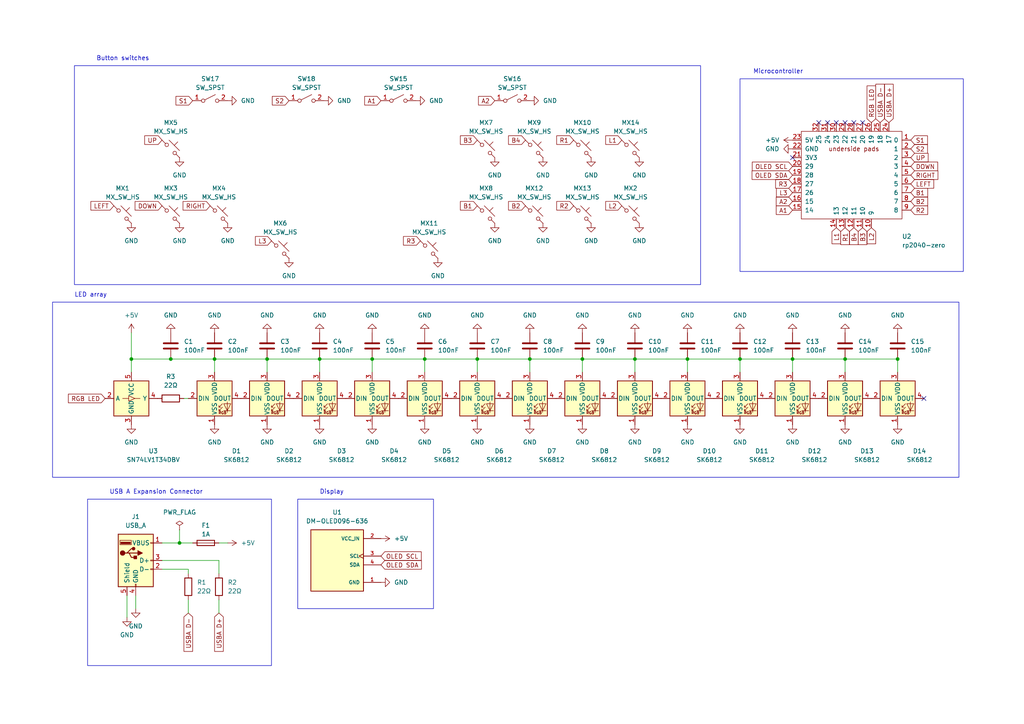
<source format=kicad_sch>
(kicad_sch (version 20230121) (generator eeschema)
  (paper "A4")
  (lib_symbols
    (symbol "Connector:USB_A" (pin_names (offset 1.016))
      (property "Reference" "J" (at -5.08 11.43 0))
      (property "Value" "USB_A" (at -5.08 8.89 0))
      (symbol "USB_A_0_1"
        (rectangle (start -5.08 -7.62) (end 5.08 7.62) (stroke (width 0.254)) (fill (type background)))
        (circle (center -3.81 2.159) (radius 0.635) (stroke (width 0.254)) (fill (type outline)))
        (rectangle (start -1.524 4.826) (end -4.318 5.334) (fill (type outline)))
        (rectangle (start -1.27 4.572) (end -4.572 5.842))
        (circle (center -0.635 3.429) (radius 0.381) (stroke (width 0.254)) (fill (type outline)))
        (rectangle (start -0.127 -7.62) (end 0.127 -6.858))
        (polyline (pts (xy -3.175 2.159) (xy -2.54 2.159) (xy -1.27 3.429) (xy -0.635 3.429)) (stroke (width 0.254)))
        (polyline (pts (xy -2.54 2.159) (xy -1.905 2.159) (xy -1.27 0.889) (xy 0 0.889)) (stroke (width 0.254)))
        (polyline (pts (xy 0.635 2.794) (xy 0.635 1.524) (xy 1.905 2.159) (xy 0.635 2.794)) (stroke (width 0.254)) (fill (type outline)))
        (rectangle (start 0.254 1.27) (end -0.508 0.508) (stroke (width 0.254)) (fill (type outline)))
        (rectangle (start 5.08 -2.667) (end 4.318 -2.413))
        (rectangle (start 5.08 -0.127) (end 4.318 0.127))
        (rectangle (start 5.08 4.953) (end 4.318 5.207))
      )
      (symbol "USB_A_1_1"
        (polyline (pts (xy -1.905 2.159) (xy 0.635 2.159)) (stroke (width 0.254)))
        (pin power_in line (at 7.62 5.08 180) (length 2.54) (name "VBUS") (number "1"))
        (pin bidirectional line (at 7.62 -2.54 180) (length 2.54) (name "D-") (number "2"))
        (pin bidirectional line (at 7.62 0 180) (length 2.54) (name "D+") (number "3"))
        (pin power_in line (at 0 -10.16 90) (length 2.54) (name "GND") (number "4"))
        (pin passive line (at -2.54 -10.16 90) (length 2.54) (name "Shield") (number "5"))
      )
    )
    (symbol "Device:C" (pin_numbers hide) (pin_names (offset 0.254))
      (property "Reference" "C" (at 0.635 2.54 0))
      (property "Value" "C" (at 0.635 -2.54 0))
      (symbol "C_0_1"
        (polyline (pts (xy -2.032 -0.762) (xy 2.032 -0.762)) (stroke (width 0.508)))
        (polyline (pts (xy -2.032 0.762) (xy 2.032 0.762)) (stroke (width 0.508)))
      )
      (symbol "C_1_1"
        (pin passive line (at 0 3.81 270) (length 2.794) (name "~") (number "1"))
        (pin passive line (at 0 -3.81 90) (length 2.794) (name "~") (number "2"))
      )
    )
    (symbol "Device:Fuse" (pin_numbers hide) (pin_names (offset 0))
      (property "Reference" "F" (at 2.032 0 90))
      (property "Value" "Fuse" (at -1.905 0 90))
      (symbol "Fuse_0_1"
        (rectangle (start -0.762 -2.54) (end 0.762 2.54) (stroke (width 0.254)))
        (polyline (pts (xy 0 2.54) (xy 0 -2.54)))
      )
      (symbol "Fuse_1_1"
        (pin passive line (at 0 3.81 270) (length 1.27) (name "~") (number "1"))
        (pin passive line (at 0 -3.81 90) (length 1.27) (name "~") (number "2"))
      )
    )
    (symbol "Device:R" (pin_numbers hide) (pin_names (offset 0))
      (property "Reference" "R" (at 2.032 0 90))
      (property "Value" "R" (at 0 0 90))
      (symbol "R_0_1"
        (rectangle (start -1.016 -2.54) (end 1.016 2.54) (stroke (width 0.254)))
      )
      (symbol "R_1_1"
        (pin passive line (at 0 3.81 270) (length 1.27) (name "~") (number "1"))
        (pin passive line (at 0 -3.81 90) (length 1.27) (name "~") (number "2"))
      )
    )
    (symbol "LED:SK6812" (pin_names (offset 0.254))
      (property "Reference" "D" (at 5.08 5.715 0))
      (property "Value" "SK6812" (at 1.27 -5.715 0))
      (symbol "SK6812_0_0"
        (text "RGB" (at 2.286 -4.191 0) (effects (font (size 0.762 0.762))))
      )
      (symbol "SK6812_0_1"
        (polyline (pts (xy 1.27 -3.556) (xy 1.778 -3.556)))
        (polyline (pts (xy 1.27 -2.54) (xy 1.778 -2.54)))
        (polyline (pts (xy 4.699 -3.556) (xy 2.667 -3.556)))
        (polyline (pts (xy 2.286 -2.54) (xy 1.27 -3.556) (xy 1.27 -3.048)))
        (polyline (pts (xy 2.286 -1.524) (xy 1.27 -2.54) (xy 1.27 -2.032)))
        (polyline (pts (xy 3.683 -1.016) (xy 3.683 -3.556) (xy 3.683 -4.064)))
        (polyline (pts (xy 4.699 -1.524) (xy 2.667 -1.524) (xy 3.683 -3.556) (xy 4.699 -1.524)))
        (rectangle (start 5.08 5.08) (end -5.08 -5.08) (stroke (width 0.254)) (fill (type background)))
      )
      (symbol "SK6812_1_1"
        (pin power_in line (at 0 -7.62 90) (length 2.54) (name "VSS") (number "1"))
        (pin input line (at -7.62 0 0) (length 2.54) (name "DIN") (number "2"))
        (pin power_in line (at 0 7.62 270) (length 2.54) (name "VDD") (number "3"))
        (pin output line (at 7.62 0 180) (length 2.54) (name "DOUT") (number "4"))
      )
    )
    (symbol "Logic_LevelTranslator:SN74LV1T34DBV"
      (property "Reference" "U" (at 5.08 6.35 0))
      (property "Value" "SN74LV1T34DBV" (at 5.08 3.81 0))
      (symbol "SN74LV1T34DBV_0_1"
        (rectangle (start -5.08 5.08) (end 5.08 -5.08) (stroke (width 0.254)) (fill (type background)))
        (polyline (pts (xy -0.762 0) (xy -2.54 0)))
        (polyline (pts (xy 1.016 0) (xy 2.54 0)))
      )
      (symbol "SN74LV1T34DBV_1_1"
        (polyline (pts (xy -0.762 -0.762) (xy -0.762 0.762) (xy 1.016 0) (xy -0.762 -0.762)))
        (pin no_connect line (at -5.08 2.54 0) (length 2.54) hide (name "NC") (number "1"))
        (pin input line (at -7.62 0 0) (length 2.54) (name "A") (number "2"))
        (pin power_in line (at 0 -7.62 90) (length 2.54) (name "GND") (number "3"))
        (pin output line (at 7.62 0 180) (length 2.54) (name "Y") (number "4"))
        (pin power_in line (at 0 7.62 270) (length 2.54) (name "VCC") (number "5"))
      )
    )
    (symbol "OLED096:DM-OLED096-636" (pin_names (offset 1.016))
      (property "Reference" "U" (at -7.62 10.922 0))
      (property "Value" "DM-OLED096-636" (at -7.62 -10.16 0))
      (symbol "DM-OLED096-636_0_0"
        (rectangle (start -7.62 -7.62) (end 7.62 10.16) (stroke (width 0.254)) (fill (type background)))
        (pin power_in line (at 12.7 -5.08 180) (length 5.08) (name "GND") (number "1"))
        (pin power_in line (at 12.7 7.62 180) (length 5.08) (name "VCC_IN") (number "2"))
        (pin input clock (at 12.7 2.54 180) (length 5.08) (name "SCL") (number "3"))
        (pin bidirectional line (at 12.7 0 180) (length 5.08) (name "SDA") (number "4"))
      )
    )
    (symbol "PCM_marbastlib-mx:MX_SW_HS" (pin_numbers hide) (pin_names (offset 1.016) hide)
      (property "Reference" "MX" (at 3.048 1.016 0))
      (property "Value" "MX_SW_HS" (at 0 -3.81 0))
      (symbol "MX_SW_HS_0_1"
        (circle (center -1.1684 1.1684) (radius 0.508))
        (polyline (pts (xy -0.508 2.54) (xy 2.54 -0.508)))
        (polyline (pts (xy 1.016 1.016) (xy 2.032 2.032)))
        (polyline (pts (xy -2.54 2.54) (xy -1.524 1.524) (xy -1.524 1.524)))
        (polyline (pts (xy 1.524 -1.524) (xy 2.54 -2.54) (xy 2.54 -2.54) (xy 2.54 -2.54)))
        (circle (center 1.143 -1.1938) (radius 0.508))
        (pin passive line (at -2.54 2.54 0) (length 0) (name "1") (number "1"))
        (pin passive line (at 2.54 -2.54 180) (length 0) (name "2") (number "2"))
      )
    )
    (symbol "Switch:SW_SPST" (pin_names (offset 0) hide)
      (property "Reference" "SW" (at 0 3.175 0))
      (property "Value" "SW_SPST" (at 0 -2.54 0))
      (symbol "SW_SPST_0_0"
        (circle (center -2.032 0) (radius 0.508))
        (polyline (pts (xy -1.524 0.254) (xy 1.524 1.778)))
        (circle (center 2.032 0) (radius 0.508))
      )
      (symbol "SW_SPST_1_1"
        (pin passive line (at -5.08 0 0) (length 2.54) (name "A") (number "1"))
        (pin passive line (at 5.08 0 180) (length 2.54) (name "B") (number "2"))
      )
    )
    (symbol "mcu:rp2040-zero-pads" (pin_names (offset 1.016))
      (property "Reference" "U" (at 0 1.27 0))
      (property "Value" "rp2040-zero-pads" (at 0 -1.27 0))
      (symbol "rp2040-zero-pads_0_0"
        (text "underside pads" (at 0 6.35 0) (effects (font (size 1.27 1.27))))
      )
      (symbol "rp2040-zero-pads_0_1"
        (rectangle (start -15.24 11.43) (end 13.97 -13.97))
      )
      (symbol "rp2040-zero-pads_1_1"
        (pin bidirectional line (at 16.51 8.89 180) (length 2.54) (name "0") (number "1"))
        (pin bidirectional line (at 5.08 -16.51 90) (length 2.54) (name "9") (number "10"))
        (pin bidirectional line (at 2.54 -16.51 90) (length 2.54) (name "10") (number "11"))
        (pin bidirectional line (at 0 -16.51 90) (length 2.54) (name "11") (number "12"))
        (pin bidirectional line (at -2.54 -16.51 90) (length 2.54) (name "12") (number "13"))
        (pin bidirectional line (at -5.08 -16.51 90) (length 2.54) (name "13") (number "14"))
        (pin bidirectional line (at -17.78 -11.43 0) (length 2.54) (name "14") (number "15"))
        (pin bidirectional line (at -17.78 -8.89 0) (length 2.54) (name "15") (number "16"))
        (pin bidirectional line (at -17.78 -6.35 0) (length 2.54) (name "26") (number "17"))
        (pin bidirectional line (at -17.78 -3.81 0) (length 2.54) (name "27") (number "18"))
        (pin bidirectional line (at -17.78 -1.27 0) (length 2.54) (name "28") (number "19"))
        (pin bidirectional line (at 16.51 6.35 180) (length 2.54) (name "1") (number "2"))
        (pin bidirectional line (at -17.78 1.27 0) (length 2.54) (name "29") (number "20"))
        (pin power_out line (at -17.78 3.81 0) (length 2.54) (name "3V3") (number "21"))
        (pin power_out line (at -17.78 6.35 0) (length 2.54) (name "GND") (number "22"))
        (pin power_out line (at -17.78 8.89 0) (length 2.54) (name "5V") (number "23"))
        (pin bidirectional line (at 10.16 13.97 270) (length 2.54) (name "17") (number "24"))
        (pin bidirectional line (at 7.62 13.97 270) (length 2.54) (name "18") (number "25"))
        (pin bidirectional line (at 5.08 13.97 270) (length 2.54) (name "19") (number "26"))
        (pin bidirectional line (at 2.54 13.97 270) (length 2.54) (name "20") (number "27"))
        (pin bidirectional line (at 0 13.97 270) (length 2.54) (name "21") (number "28"))
        (pin bidirectional line (at -2.54 13.97 270) (length 2.54) (name "22") (number "29"))
        (pin bidirectional line (at 16.51 3.81 180) (length 2.54) (name "2") (number "3"))
        (pin bidirectional line (at -5.08 13.97 270) (length 2.54) (name "23") (number "30"))
        (pin bidirectional line (at -7.62 13.97 270) (length 2.54) (name "24") (number "31"))
        (pin bidirectional line (at -10.16 13.97 270) (length 2.54) (name "25") (number "32"))
        (pin power_out line (at -17.78 6.35 0) (length 2.54) hide (name "GND") (number "33"))
        (pin bidirectional line (at 16.51 1.27 180) (length 2.54) (name "3") (number "4"))
        (pin bidirectional line (at 16.51 -1.27 180) (length 2.54) (name "4") (number "5"))
        (pin bidirectional line (at 16.51 -3.81 180) (length 2.54) (name "5") (number "6"))
        (pin bidirectional line (at 16.51 -6.35 180) (length 2.54) (name "6") (number "7"))
        (pin bidirectional line (at 16.51 -8.89 180) (length 2.54) (name "7") (number "8"))
        (pin bidirectional line (at 16.51 -11.43 180) (length 2.54) (name "8") (number "9"))
      )
    )
    (symbol "power:+5V" (power) (pin_names (offset 0))
      (property "Value" "+5V" (at 0 3.556 0))
      (symbol "+5V_0_1"
        (polyline (pts (xy -0.762 1.27) (xy 0 2.54)))
        (polyline (pts (xy 0 0) (xy 0 2.54)))
        (polyline (pts (xy 0 2.54) (xy 0.762 1.27)))
      )
      (symbol "+5V_1_1"
        (pin power_in line (at 0 0 90) (length 0) hide (name "+5V") (number "1"))
      )
    )
    (symbol "power:GND" (power) (pin_names (offset 0))
      (property "Value" "GND" (at 0 -3.81 0))
      (symbol "GND_0_1"
        (polyline (pts (xy 0 0) (xy 0 -1.27) (xy 1.27 -1.27) (xy 0 -2.54) (xy -1.27 -1.27) (xy 0 -1.27)))
      )
      (symbol "GND_1_1"
        (pin power_in line (at 0 0 270) (length 0) hide (name "GND") (number "1"))
      )
    )
    (symbol "power:PWR_FLAG" (power) (pin_numbers hide) (pin_names (offset 0) hide)
      (property "Value" "PWR_FLAG" (at 0 3.81 0))
      (symbol "PWR_FLAG_0_0"
        (pin power_out line (at 0 0 90) (length 0) (name "pwr") (number "1"))
      )
      (symbol "PWR_FLAG_0_1"
        (polyline (pts (xy 0 0) (xy 0 1.27) (xy -1.016 1.905) (xy 0 2.54) (xy 1.016 1.905) (xy 0 1.27)))
      )
    )
  )
  (junction (at 138.43 104.14))
  (junction (at 123.19 104.14))
  (junction (at 168.91 104.14))
  (junction (at 199.39 104.14))
  (junction (at 38.1 104.14))
  (junction (at 107.95 104.14))
  (junction (at 77.47 104.14))
  (junction (at 245.11 104.14))
  (junction (at 184.15 104.14))
  (junction (at 92.71 104.14))
  (junction (at 49.53 104.14))
  (junction (at 52.07 157.48))
  (junction (at 62.23 104.14))
  (junction (at 229.87 104.14))
  (junction (at 153.67 104.14))
  (junction (at 260.35 104.14))
  (junction (at 214.63 104.14))
  (no_connect (at 247.65 35.56))
  (no_connect (at 267.97 115.57))
  (no_connect (at 250.19 35.56))
  (no_connect (at 245.11 35.56))
  (no_connect (at 242.57 35.56))
  (no_connect (at 240.03 35.56))
  (no_connect (at 229.87 45.72))
  (no_connect (at 237.49 35.56))
  (wire (pts (xy 46.99 165.1) (xy 54.61 165.1)))
  (wire (pts (xy 38.1 104.14) (xy 49.53 104.14)))
  (wire (pts (xy 184.15 104.14) (xy 184.15 107.95)))
  (wire (pts (xy 260.35 104.14) (xy 260.35 107.95)))
  (wire (pts (xy 168.91 104.14) (xy 184.15 104.14)))
  (wire (pts (xy 138.43 104.14) (xy 138.43 107.95)))
  (wire (pts (xy 153.67 104.14) (xy 153.67 107.95)))
  (wire (pts (xy 199.39 104.14) (xy 199.39 107.95)))
  (wire (pts (xy 38.1 96.52) (xy 38.1 104.14)))
  (wire (pts (xy 184.15 104.14) (xy 199.39 104.14)))
  (wire (pts (xy 138.43 104.14) (xy 153.67 104.14)))
  (wire (pts (xy 123.19 104.14) (xy 123.19 107.95)))
  (wire (pts (xy 245.11 104.14) (xy 245.11 107.95)))
  (wire (pts (xy 214.63 104.14) (xy 214.63 107.95)))
  (wire (pts (xy 107.95 104.14) (xy 123.19 104.14)))
  (wire (pts (xy 39.37 176.53) (xy 39.37 172.72)))
  (wire (pts (xy 49.53 104.14) (xy 62.23 104.14)))
  (wire (pts (xy 38.1 104.14) (xy 38.1 107.95)))
  (wire (pts (xy 107.95 104.14) (xy 107.95 107.95)))
  (wire (pts (xy 92.71 104.14) (xy 92.71 107.95)))
  (wire (pts (xy 63.5 173.99) (xy 63.5 177.8)))
  (wire (pts (xy 168.91 104.14) (xy 168.91 107.95)))
  (wire (pts (xy 214.63 104.14) (xy 229.87 104.14)))
  (wire (pts (xy 63.5 157.48) (xy 66.04 157.48)))
  (wire (pts (xy 92.71 104.14) (xy 107.95 104.14)))
  (wire (pts (xy 54.61 165.1) (xy 54.61 166.37)))
  (wire (pts (xy 52.07 157.48) (xy 55.88 157.48)))
  (wire (pts (xy 63.5 162.56) (xy 63.5 166.37)))
  (wire (pts (xy 229.87 104.14) (xy 245.11 104.14)))
  (wire (pts (xy 153.67 104.14) (xy 168.91 104.14)))
  (wire (pts (xy 62.23 104.14) (xy 77.47 104.14)))
  (wire (pts (xy 53.34 115.57) (xy 54.61 115.57)))
  (wire (pts (xy 229.87 104.14) (xy 229.87 107.95)))
  (wire (pts (xy 62.23 104.14) (xy 62.23 107.95)))
  (wire (pts (xy 52.07 153.67) (xy 52.07 157.48)))
  (wire (pts (xy 46.99 162.56) (xy 63.5 162.56)))
  (wire (pts (xy 77.47 104.14) (xy 77.47 107.95)))
  (wire (pts (xy 245.11 104.14) (xy 260.35 104.14)))
  (wire (pts (xy 54.61 173.99) (xy 54.61 177.8)))
  (wire (pts (xy 36.83 179.07) (xy 36.83 172.72)))
  (wire (pts (xy 77.47 104.14) (xy 92.71 104.14)))
  (wire (pts (xy 199.39 104.14) (xy 214.63 104.14)))
  (wire (pts (xy 46.99 157.48) (xy 52.07 157.48)))
  (wire (pts (xy 123.19 104.14) (xy 138.43 104.14)))
  (rectangle (start 214.63 22.86) (end 279.4 78.74))
  (rectangle (start 25.4 144.78) (end 78.74 193.04))
  (rectangle (start 15.24 87.63) (end 278.13 138.43))
  (rectangle (start 21.59 19.05) (end 203.2 82.55))
  (rectangle (start 86.36 144.78) (end 125.73 176.53))
  (text "Microcontroller" (at 218.44 21.59 0) (effects (font (size 1.27 1.27)) (justify left bottom)))
  (text "Display\n" (at 92.71 143.51 0) (effects (font (size 1.27 1.27)) (justify left bottom)))
  (text "LED array\n" (at 21.59 86.36 0) (effects (font (size 1.27 1.27)) (justify left bottom)))
  (text "USB A Expansion Connector" (at 31.75 143.51 0) (effects (font (size 1.27 1.27)) (justify left bottom)))
  (text "Button switches\n" (at 27.94 17.78 0) (effects (font (size 1.27 1.27)) (justify left bottom)))
  (global_label "USBA D+" (shape input) (at 63.5 177.8 270) (property "Intersheetrefs" "${INTERSHEET_REFS}" (effects hide)))
  (global_label "LEFT" (shape input) (at 264.16 53.34 0) (property "Intersheetrefs" "${INTERSHEET_REFS}" (effects hide)))
  (global_label "S1" (shape input) (at 55.88 29.21 180) (property "Intersheetrefs" "${INTERSHEET_REFS}" (effects hide)))
  (global_label "UP" (shape input) (at 46.99 40.64 180) (property "Intersheetrefs" "${INTERSHEET_REFS}" (effects hide)))
  (global_label "R1" (shape input) (at 245.11 66.04 270) (property "Intersheetrefs" "${INTERSHEET_REFS}" (effects hide)))
  (global_label "B3" (shape input) (at 138.43 40.64 180) (property "Intersheetrefs" "${INTERSHEET_REFS}" (effects hide)))
  (global_label "RIGHT" (shape input) (at 264.16 50.8 0) (property "Intersheetrefs" "${INTERSHEET_REFS}" (effects hide)))
  (global_label "R2" (shape input) (at 264.16 60.96 0) (property "Intersheetrefs" "${INTERSHEET_REFS}" (effects hide)))
  (global_label "B2" (shape input) (at 264.16 58.42 0) (property "Intersheetrefs" "${INTERSHEET_REFS}" (effects hide)))
  (global_label "B4" (shape input) (at 247.65 66.04 270) (property "Intersheetrefs" "${INTERSHEET_REFS}" (effects hide)))
  (global_label "L2" (shape input) (at 180.34 59.69 180) (property "Intersheetrefs" "${INTERSHEET_REFS}" (effects hide)))
  (global_label "L2" (shape input) (at 252.73 66.04 270) (property "Intersheetrefs" "${INTERSHEET_REFS}" (effects hide)))
  (global_label "R3" (shape input) (at 229.87 53.34 180) (property "Intersheetrefs" "${INTERSHEET_REFS}" (effects hide)))
  (global_label "S2" (shape input) (at 83.82 29.21 180) (property "Intersheetrefs" "${INTERSHEET_REFS}" (effects hide)))
  (global_label "L1" (shape input) (at 180.34 40.64 180) (property "Intersheetrefs" "${INTERSHEET_REFS}" (effects hide)))
  (global_label "L3" (shape input) (at 78.74 69.85 180) (property "Intersheetrefs" "${INTERSHEET_REFS}" (effects hide)))
  (global_label "RIGHT" (shape input) (at 60.96 59.69 180) (property "Intersheetrefs" "${INTERSHEET_REFS}" (effects hide)))
  (global_label "USBA D+" (shape input) (at 257.81 35.56 90) (property "Intersheetrefs" "${INTERSHEET_REFS}" (effects hide)))
  (global_label "LEFT" (shape input) (at 33.02 59.69 180) (property "Intersheetrefs" "${INTERSHEET_REFS}" (effects hide)))
  (global_label "OLED SCL" (shape input) (at 229.87 48.26 180) (property "Intersheetrefs" "${INTERSHEET_REFS}" (effects hide)))
  (global_label "UP" (shape input) (at 264.16 45.72 0) (property "Intersheetrefs" "${INTERSHEET_REFS}" (effects hide)))
  (global_label "L3" (shape input) (at 229.87 55.88 180) (property "Intersheetrefs" "${INTERSHEET_REFS}" (effects hide)))
  (global_label "A1" (shape input) (at 110.49 29.21 180) (property "Intersheetrefs" "${INTERSHEET_REFS}" (effects hide)))
  (global_label "USBA D-" (shape input) (at 54.61 177.8 270) (property "Intersheetrefs" "${INTERSHEET_REFS}" (effects hide)))
  (global_label "B3" (shape input) (at 250.19 66.04 270) (property "Intersheetrefs" "${INTERSHEET_REFS}" (effects hide)))
  (global_label "RGB LED" (shape input) (at 30.48 115.57 180) (property "Intersheetrefs" "${INTERSHEET_REFS}" (effects hide)))
  (global_label "OLED SDA" (shape input) (at 110.49 163.83 0) (property "Intersheetrefs" "${INTERSHEET_REFS}" (effects hide)))
  (global_label "OLED SDA" (shape input) (at 229.87 50.8 180) (property "Intersheetrefs" "${INTERSHEET_REFS}" (effects hide)))
  (global_label "DOWN" (shape input) (at 46.99 59.69 180) (property "Intersheetrefs" "${INTERSHEET_REFS}" (effects hide)))
  (global_label "A2" (shape input) (at 229.87 58.42 180) (property "Intersheetrefs" "${INTERSHEET_REFS}" (effects hide)))
  (global_label "R2" (shape input) (at 166.37 59.69 180) (property "Intersheetrefs" "${INTERSHEET_REFS}" (effects hide)))
  (global_label "R3" (shape input) (at 121.92 69.85 180) (property "Intersheetrefs" "${INTERSHEET_REFS}" (effects hide)))
  (global_label "RGB LED" (shape input) (at 252.73 35.56 90) (property "Intersheetrefs" "${INTERSHEET_REFS}" (effects hide)))
  (global_label "S2" (shape input) (at 264.16 43.18 0) (property "Intersheetrefs" "${INTERSHEET_REFS}" (effects hide)))
  (global_label "DOWN" (shape input) (at 264.16 48.26 0) (property "Intersheetrefs" "${INTERSHEET_REFS}" (effects hide)))
  (global_label "R1" (shape input) (at 166.37 40.64 180) (property "Intersheetrefs" "${INTERSHEET_REFS}" (effects hide)))
  (global_label "B4" (shape input) (at 152.4 40.64 180) (property "Intersheetrefs" "${INTERSHEET_REFS}" (effects hide)))
  (global_label "OLED SCL" (shape input) (at 110.49 161.29 0) (property "Intersheetrefs" "${INTERSHEET_REFS}" (effects hide)))
  (global_label "A2" (shape input) (at 143.51 29.21 180) (property "Intersheetrefs" "${INTERSHEET_REFS}" (effects hide)))
  (global_label "L1" (shape input) (at 242.57 66.04 270) (property "Intersheetrefs" "${INTERSHEET_REFS}" (effects hide)))
  (global_label "B2" (shape input) (at 152.4 59.69 180) (property "Intersheetrefs" "${INTERSHEET_REFS}" (effects hide)))
  (global_label "USBA D-" (shape input) (at 255.27 35.56 90) (property "Intersheetrefs" "${INTERSHEET_REFS}" (effects hide)))
  (global_label "B1" (shape input) (at 264.16 55.88 0) (property "Intersheetrefs" "${INTERSHEET_REFS}" (effects hide)))
  (global_label "A1" (shape input) (at 229.87 60.96 180) (property "Intersheetrefs" "${INTERSHEET_REFS}" (effects hide)))
  (global_label "S1" (shape input) (at 264.16 40.64 0) (property "Intersheetrefs" "${INTERSHEET_REFS}" (effects hide)))
  (global_label "B1" (shape input) (at 138.43 59.69 180) (property "Intersheetrefs" "${INTERSHEET_REFS}" (effects hide)))
  (symbol (lib_id "power:GND") (at 229.87 43.18 270) (unit 1)
    (property "Reference" "#PWR025" (effects hide))
    (property "Value" "GND" (at 226.06 43.18 90) (effects (justify right)))
  )
  (symbol (lib_id "PCM_marbastlib-mx:MX_SW_HS") (at 124.46 72.39 0) (unit 1)
    (property "Reference" "MX11" (at 124.46 64.77 0))
    (property "Value" "MX_SW_HS" (at 124.46 67.31 0))
    (property "Footprint" "PCM_marbastlib-mx:SW_MX_HS_1u" (effects hide))
    (property "LCSC Part #" "C5184526" (effects hide))
  )
  (symbol (lib_id "LED:SK6812") (at 260.35 115.57 0) (unit 1)
    (property "Reference" "D14" (at 266.7 130.81 0))
    (property "Value" "SK6812" (at 266.7 133.35 0))
    (property "Footprint" "haku:SK6812-MINI-E_MX" (effects hide))
    (property "Datasheet" "https://cdn-shop.adafruit.com/product-files/1138/SK6812+LED+datasheet+.pdf" (effects hide))
    (property "LCSC Part #" "C5149201" (effects hide))
  )
  (symbol (lib_id "power:GND") (at 153.67 123.19 0) (unit 1)
    (property "Reference" "#PWR042" (effects hide))
    (property "Value" "GND" (at 153.67 128.27 0))
  )
  (symbol (lib_id "LED:SK6812") (at 107.95 115.57 0) (unit 1)
    (property "Reference" "D4" (at 114.3 130.81 0))
    (property "Value" "SK6812" (at 114.3 133.35 0))
    (property "Footprint" "haku:SK6812-MINI-E_MX" (effects hide))
    (property "Datasheet" "https://cdn-shop.adafruit.com/product-files/1138/SK6812+LED+datasheet+.pdf" (effects hide))
    (property "LCSC Part #" "C5149201" (effects hide))
  )
  (symbol (lib_id "power:GND") (at 185.42 64.77 0) (unit 1)
    (property "Reference" "#PWR016" (effects hide))
    (property "Value" "GND" (at 185.42 69.85 0))
  )
  (symbol (lib_id "power:GND") (at 168.91 123.19 0) (unit 1)
    (property "Reference" "#PWR044" (effects hide))
    (property "Value" "GND" (at 168.91 128.27 0))
  )
  (symbol (lib_id "PCM_marbastlib-mx:MX_SW_HS") (at 63.5 62.23 0) (unit 1)
    (property "Reference" "MX4" (at 63.5 54.61 0))
    (property "Value" "MX_SW_HS" (at 63.5 57.15 0))
    (property "Footprint" "PCM_marbastlib-mx:SW_MX_HS_1u" (effects hide))
    (property "LCSC Part #" "C5184526" (effects hide))
  )
  (symbol (lib_id "Device:C") (at 184.15 100.33 0) (unit 1)
    (property "Reference" "C10" (at 187.96 99.06 0) (effects (justify left)))
    (property "Value" "100nF" (at 187.96 101.6 0) (effects (justify left)))
    (property "Footprint" "Capacitor_SMD:C_0805_2012Metric_Pad1.18x1.45mm_HandSolder" (effects hide))
    (property "LCSC Part #" "C2169363" (effects hide))
  )
  (symbol (lib_id "power:GND") (at 127 74.93 0) (unit 1)
    (property "Reference" "#PWR013" (effects hide))
    (property "Value" "GND" (at 127 80.01 0))
  )
  (symbol (lib_id "power:GND") (at 66.04 64.77 0) (unit 1)
    (property "Reference" "#PWR06" (effects hide))
    (property "Value" "GND" (at 66.04 69.85 0))
  )
  (symbol (lib_id "power:GND") (at 260.35 123.19 0) (unit 1)
    (property "Reference" "#PWR056" (effects hide))
    (property "Value" "GND" (at 260.35 128.27 0))
  )
  (symbol (lib_id "power:GND") (at 168.91 96.52 180) (unit 1)
    (property "Reference" "#PWR043" (effects hide))
    (property "Value" "GND" (at 168.91 91.44 0))
  )
  (symbol (lib_id "Device:C") (at 245.11 100.33 0) (unit 1)
    (property "Reference" "C14" (at 248.92 99.06 0) (effects (justify left)))
    (property "Value" "100nF" (at 248.92 101.6 0) (effects (justify left)))
    (property "Footprint" "Capacitor_SMD:C_0805_2012Metric_Pad1.18x1.45mm_HandSolder" (effects hide))
    (property "LCSC Part #" "C2169363" (effects hide))
  )
  (symbol (lib_id "PCM_marbastlib-mx:MX_SW_HS") (at 168.91 43.18 0) (unit 1)
    (property "Reference" "MX10" (at 168.91 35.56 0))
    (property "Value" "MX_SW_HS" (at 168.91 38.1 0))
    (property "Footprint" "PCM_marbastlib-mx:SW_MX_HS_1u" (effects hide))
    (property "LCSC Part #" "C5184526" (effects hide))
  )
  (symbol (lib_id "power:PWR_FLAG") (at 52.07 153.67 0) (unit 1)
    (property "Reference" "#FLG01" (effects hide))
    (property "Value" "PWR_FLAG" (at 52.07 148.59 0))
  )
  (symbol (lib_id "power:GND") (at 157.48 64.77 0) (unit 1)
    (property "Reference" "#PWR014" (effects hide))
    (property "Value" "GND" (at 157.48 69.85 0))
  )
  (symbol (lib_id "power:+5V") (at 229.87 40.64 90) (unit 1)
    (property "Reference" "#PWR022" (effects hide))
    (property "Value" "+5V" (at 226.06 40.64 90) (effects (justify left)))
  )
  (symbol (lib_id "Device:C") (at 92.71 100.33 0) (unit 1)
    (property "Reference" "C4" (at 96.52 99.06 0) (effects (justify left)))
    (property "Value" "100nF" (at 96.52 101.6 0) (effects (justify left)))
    (property "Footprint" "Capacitor_SMD:C_0805_2012Metric_Pad1.18x1.45mm_HandSolder" (effects hide))
    (property "LCSC Part #" "C2169363" (effects hide))
  )
  (symbol (lib_id "Switch:SW_SPST") (at 115.57 29.21 0) (unit 1)
    (property "Reference" "SW15" (at 115.57 22.86 0))
    (property "Value" "SW_SPST" (at 115.57 25.4 0))
    (property "Footprint" "haku:SW_PUSH-12mm_centered" (effects hide))
    (property "LCSC Part #" "C455212" (effects hide))
  )
  (symbol (lib_id "power:GND") (at 52.07 64.77 0) (unit 1)
    (property "Reference" "#PWR05" (effects hide))
    (property "Value" "GND" (at 52.07 69.85 0))
  )
  (symbol (lib_id "power:GND") (at 38.1 64.77 0) (unit 1)
    (property "Reference" "#PWR04" (effects hide))
    (property "Value" "GND" (at 38.1 69.85 0))
  )
  (symbol (lib_id "LED:SK6812") (at 62.23 115.57 0) (unit 1)
    (property "Reference" "D1" (at 68.58 130.81 0))
    (property "Value" "SK6812" (at 68.58 133.35 0))
    (property "Footprint" "haku:SK6812-MINI-E_MX" (effects hide))
    (property "Datasheet" "https://cdn-shop.adafruit.com/product-files/1138/SK6812+LED+datasheet+.pdf" (effects hide))
    (property "LCSC Part #" "C5149201" (effects hide))
  )
  (symbol (lib_id "power:GND") (at 77.47 96.52 180) (unit 1)
    (property "Reference" "#PWR031" (effects hide))
    (property "Value" "GND" (at 77.47 91.44 0))
  )
  (symbol (lib_id "LED:SK6812") (at 153.67 115.57 0) (unit 1)
    (property "Reference" "D7" (at 160.02 130.81 0))
    (property "Value" "SK6812" (at 160.02 133.35 0))
    (property "Footprint" "haku:SK6812-MINI-E_MX" (effects hide))
    (property "Datasheet" "https://cdn-shop.adafruit.com/product-files/1138/SK6812+LED+datasheet+.pdf" (effects hide))
    (property "LCSC Part #" "C5149201" (effects hide))
  )
  (symbol (lib_id "Device:C") (at 260.35 100.33 0) (unit 1)
    (property "Reference" "C15" (at 264.16 99.06 0) (effects (justify left)))
    (property "Value" "100nF" (at 264.16 101.6 0) (effects (justify left)))
    (property "Footprint" "Capacitor_SMD:C_0805_2012Metric_Pad1.18x1.45mm_HandSolder" (effects hide))
    (property "LCSC Part #" "C2169363" (effects hide))
  )
  (symbol (lib_id "LED:SK6812") (at 184.15 115.57 0) (unit 1)
    (property "Reference" "D9" (at 190.5 130.81 0))
    (property "Value" "SK6812" (at 190.5 133.35 0))
    (property "Footprint" "haku:SK6812-MINI-E_MX" (effects hide))
    (property "Datasheet" "https://cdn-shop.adafruit.com/product-files/1138/SK6812+LED+datasheet+.pdf" (effects hide))
    (property "LCSC Part #" "C5149201" (effects hide))
  )
  (symbol (lib_id "PCM_marbastlib-mx:MX_SW_HS") (at 49.53 43.18 0) (unit 1)
    (property "Reference" "MX5" (at 49.53 35.56 0))
    (property "Value" "MX_SW_HS" (at 49.53 38.1 0))
    (property "Footprint" "PCM_marbastlib-mx:SW_MX_HS_1u" (effects hide))
    (property "LCSC Part #" "C5184526" (effects hide))
  )
  (symbol (lib_id "PCM_marbastlib-mx:MX_SW_HS") (at 154.94 43.18 0) (unit 1)
    (property "Reference" "MX9" (at 154.94 35.56 0))
    (property "Value" "MX_SW_HS" (at 154.94 38.1 0))
    (property "Footprint" "PCM_marbastlib-mx:SW_MX_HS_1u" (effects hide))
    (property "LCSC Part #" "C5184526" (effects hide))
  )
  (symbol (lib_id "Device:C") (at 214.63 100.33 0) (unit 1)
    (property "Reference" "C12" (at 218.44 99.06 0) (effects (justify left)))
    (property "Value" "100nF" (at 218.44 101.6 0) (effects (justify left)))
    (property "Footprint" "Capacitor_SMD:C_0805_2012Metric_Pad1.18x1.45mm_HandSolder" (effects hide))
    (property "LCSC Part #" "C2169363" (effects hide))
  )
  (symbol (lib_id "power:+5V") (at 110.49 156.21 270) (unit 1)
    (property "Reference" "#PWR023" (effects hide))
    (property "Value" "+5V" (at 114.3 156.21 90) (effects (justify left)))
  )
  (symbol (lib_id "power:GND") (at 49.53 96.52 180) (unit 1)
    (property "Reference" "#PWR029" (effects hide))
    (property "Value" "GND" (at 49.53 91.44 0))
  )
  (symbol (lib_id "power:GND") (at 214.63 96.52 180) (unit 1)
    (property "Reference" "#PWR049" (effects hide))
    (property "Value" "GND" (at 214.63 91.44 0))
  )
  (symbol (lib_id "power:GND") (at 260.35 96.52 180) (unit 1)
    (property "Reference" "#PWR055" (effects hide))
    (property "Value" "GND" (at 260.35 91.44 0))
  )
  (symbol (lib_id "power:GND") (at 92.71 123.19 0) (unit 1)
    (property "Reference" "#PWR034" (effects hide))
    (property "Value" "GND" (at 92.71 128.27 0))
  )
  (symbol (lib_id "power:GND") (at 185.42 45.72 0) (unit 1)
    (property "Reference" "#PWR017" (effects hide))
    (property "Value" "GND" (at 185.42 50.8 0))
  )
  (symbol (lib_id "Device:C") (at 153.67 100.33 0) (unit 1)
    (property "Reference" "C8" (at 157.48 99.06 0) (effects (justify left)))
    (property "Value" "100nF" (at 157.48 101.6 0) (effects (justify left)))
    (property "Footprint" "Capacitor_SMD:C_0805_2012Metric_Pad1.18x1.45mm_HandSolder" (effects hide))
    (property "LCSC Part #" "C2169363" (effects hide))
  )
  (symbol (lib_id "PCM_marbastlib-mx:MX_SW_HS") (at 35.56 62.23 0) (unit 1)
    (property "Reference" "MX1" (at 35.56 54.61 0))
    (property "Value" "MX_SW_HS" (at 35.56 57.15 0))
    (property "Footprint" "PCM_marbastlib-mx:SW_MX_HS_1u" (effects hide))
    (property "LCSC Part #" "C5184526" (effects hide))
  )
  (symbol (lib_id "power:GND") (at 107.95 123.19 0) (unit 1)
    (property "Reference" "#PWR036" (effects hide))
    (property "Value" "GND" (at 107.95 128.27 0))
  )
  (symbol (lib_id "power:GND") (at 107.95 96.52 180) (unit 1)
    (property "Reference" "#PWR035" (effects hide))
    (property "Value" "GND" (at 107.95 91.44 0))
  )
  (symbol (lib_id "LED:SK6812") (at 123.19 115.57 0) (unit 1)
    (property "Reference" "D5" (at 129.54 130.81 0))
    (property "Value" "SK6812" (at 129.54 133.35 0))
    (property "Footprint" "haku:SK6812-MINI-E_MX" (effects hide))
    (property "Datasheet" "https://cdn-shop.adafruit.com/product-files/1138/SK6812+LED+datasheet+.pdf" (effects hide))
    (property "LCSC Part #" "C5149201" (effects hide))
  )
  (symbol (lib_id "power:GND") (at 184.15 96.52 180) (unit 1)
    (property "Reference" "#PWR045" (effects hide))
    (property "Value" "GND" (at 184.15 91.44 0))
  )
  (symbol (lib_id "Device:C") (at 199.39 100.33 0) (unit 1)
    (property "Reference" "C11" (at 203.2 99.06 0) (effects (justify left)))
    (property "Value" "100nF" (at 203.2 101.6 0) (effects (justify left)))
    (property "Footprint" "Capacitor_SMD:C_0805_2012Metric_Pad1.18x1.45mm_HandSolder" (effects hide))
    (property "LCSC Part #" "C2169363" (effects hide))
  )
  (symbol (lib_id "Connector:USB_A") (at 39.37 162.56 0) (unit 1)
    (property "Reference" "J1" (at 39.37 149.86 0))
    (property "Value" "USB_A" (at 39.37 152.4 0))
    (property "Footprint" "Connector_USB:USB_A_Receptacle_GCT_USB1046" (effects hide))
    (property "Datasheet" " ~" (effects hide))
    (property "LCSC Part #" "C2689981" (effects hide))
  )
  (symbol (lib_id "Device:C") (at 77.47 100.33 0) (unit 1)
    (property "Reference" "C3" (at 81.28 99.06 0) (effects (justify left)))
    (property "Value" "100nF" (at 81.28 101.6 0) (effects (justify left)))
    (property "Footprint" "Capacitor_SMD:C_0805_2012Metric_Pad1.18x1.45mm_HandSolder" (effects hide))
    (property "LCSC Part #" "C2169363" (effects hide))
  )
  (symbol (lib_id "mcu:rp2040-zero-pads") (at 247.65 49.53 0) (unit 1)
    (property "Reference" "U2" (at 261.62 68.58 0) (effects (justify left)))
    (property "Value" "rp2040-zero" (at 261.62 71.12 0) (effects (justify left)))
    (property "Footprint" "mcu:rp2040-zero-smd-pads" (effects hide))
    (property "LCSC Part #" "C5350143" (effects hide))
  )
  (symbol (lib_id "power:GND") (at 62.23 123.19 0) (unit 1)
    (property "Reference" "#PWR028" (effects hide))
    (property "Value" "GND" (at 62.23 128.27 0))
  )
  (symbol (lib_id "power:GND") (at 229.87 123.19 0) (unit 1)
    (property "Reference" "#PWR052" (effects hide))
    (property "Value" "GND" (at 229.87 128.27 0))
  )
  (symbol (lib_id "power:GND") (at 171.45 45.72 0) (unit 1)
    (property "Reference" "#PWR012" (effects hide))
    (property "Value" "GND" (at 171.45 50.8 0))
  )
  (symbol (lib_id "LED:SK6812") (at 199.39 115.57 0) (unit 1)
    (property "Reference" "D10" (at 205.74 130.81 0))
    (property "Value" "SK6812" (at 205.74 133.35 0))
    (property "Footprint" "haku:SK6812-MINI-E_MX" (effects hide))
    (property "Datasheet" "https://cdn-shop.adafruit.com/product-files/1138/SK6812+LED+datasheet+.pdf" (effects hide))
    (property "LCSC Part #" "C5149201" (effects hide))
  )
  (symbol (lib_id "power:GND") (at 62.23 96.52 180) (unit 1)
    (property "Reference" "#PWR030" (effects hide))
    (property "Value" "GND" (at 62.23 91.44 0))
  )
  (symbol (lib_id "Device:C") (at 107.95 100.33 0) (unit 1)
    (property "Reference" "C5" (at 111.76 99.06 0) (effects (justify left)))
    (property "Value" "100nF" (at 111.76 101.6 0) (effects (justify left)))
    (property "Footprint" "Capacitor_SMD:C_0805_2012Metric_Pad1.18x1.45mm_HandSolder" (effects hide))
    (property "LCSC Part #" "C2169363" (effects hide))
  )
  (symbol (lib_id "power:GND") (at 199.39 123.19 0) (unit 1)
    (property "Reference" "#PWR048" (effects hide))
    (property "Value" "GND" (at 199.39 128.27 0))
  )
  (symbol (lib_id "PCM_marbastlib-mx:MX_SW_HS") (at 49.53 62.23 0) (unit 1)
    (property "Reference" "MX3" (at 49.53 54.61 0))
    (property "Value" "MX_SW_HS" (at 49.53 57.15 0))
    (property "Footprint" "PCM_marbastlib-mx:SW_MX_HS_1u" (effects hide))
    (property "LCSC Part #" "C5184526" (effects hide))
  )
  (symbol (lib_id "power:GND") (at 245.11 123.19 0) (unit 1)
    (property "Reference" "#PWR054" (effects hide))
    (property "Value" "GND" (at 245.11 128.27 0))
  )
  (symbol (lib_id "power:GND") (at 92.71 96.52 180) (unit 1)
    (property "Reference" "#PWR033" (effects hide))
    (property "Value" "GND" (at 92.71 91.44 0))
  )
  (symbol (lib_id "power:GND") (at 229.87 96.52 180) (unit 1)
    (property "Reference" "#PWR051" (effects hide))
    (property "Value" "GND" (at 229.87 91.44 0))
  )
  (symbol (lib_id "power:GND") (at 143.51 64.77 0) (unit 1)
    (property "Reference" "#PWR010" (effects hide))
    (property "Value" "GND" (at 143.51 69.85 0))
  )
  (symbol (lib_id "power:GND") (at 66.04 29.21 90) (unit 1)
    (property "Reference" "#PWR019" (effects hide))
    (property "Value" "GND" (at 69.85 29.21 90) (effects (justify right)))
  )
  (symbol (lib_id "power:GND") (at 138.43 96.52 180) (unit 1)
    (property "Reference" "#PWR039" (effects hide))
    (property "Value" "GND" (at 138.43 91.44 0))
  )
  (symbol (lib_id "power:GND") (at 245.11 96.52 180) (unit 1)
    (property "Reference" "#PWR053" (effects hide))
    (property "Value" "GND" (at 245.11 91.44 0))
  )
  (symbol (lib_id "Device:C") (at 62.23 100.33 0) (unit 1)
    (property "Reference" "C2" (at 66.04 99.06 0) (effects (justify left)))
    (property "Value" "100nF" (at 66.04 101.6 0) (effects (justify left)))
    (property "Footprint" "Capacitor_SMD:C_0805_2012Metric_Pad1.18x1.45mm_HandSolder" (effects hide))
    (property "LCSC Part #" "C2169363" (effects hide))
  )
  (symbol (lib_id "power:GND") (at 214.63 123.19 0) (unit 1)
    (property "Reference" "#PWR050" (effects hide))
    (property "Value" "GND" (at 214.63 128.27 0))
  )
  (symbol (lib_id "Logic_LevelTranslator:SN74LV1T34DBV") (at 38.1 115.57 0) (unit 1)
    (property "Reference" "U3" (at 44.45 130.81 0))
    (property "Value" "SN74LV1T34DBV" (at 44.45 133.35 0))
    (property "Footprint" "Package_TO_SOT_SMD:SOT-23-5" (effects hide))
    (property "Datasheet" "https://www.ti.com/lit/ds/symlink/sn74lv1t34.pdf" (effects hide))
    (property "LCSC Part #" "C100024" (effects hide))
  )
  (symbol (lib_id "Switch:SW_SPST") (at 88.9 29.21 0) (unit 1)
    (property "Reference" "SW18" (at 88.9 22.86 0))
    (property "Value" "SW_SPST" (at 88.9 25.4 0))
    (property "Footprint" "haku:SW_PUSH-12mm_centered" (effects hide))
    (property "LCSC Part #" "C455212" (effects hide))
  )
  (symbol (lib_id "power:GND") (at 36.83 179.07 0) (unit 1)
    (property "Reference" "#PWR02" (effects hide))
    (property "Value" "GND" (at 36.83 184.15 0))
  )
  (symbol (lib_id "power:GND") (at 38.1 123.19 0) (unit 1)
    (property "Reference" "#PWR01" (effects hide))
    (property "Value" "GND" (at 38.1 128.27 0))
  )
  (symbol (lib_id "PCM_marbastlib-mx:MX_SW_HS") (at 182.88 62.23 0) (unit 1)
    (property "Reference" "MX2" (at 182.88 54.61 0))
    (property "Value" "MX_SW_HS" (at 182.88 57.15 0))
    (property "Footprint" "PCM_marbastlib-mx:SW_MX_HS_1u" (effects hide))
    (property "LCSC Part #" "C5184526" (effects hide))
  )
  (symbol (lib_id "Device:C") (at 229.87 100.33 0) (unit 1)
    (property "Reference" "C13" (at 233.68 99.06 0) (effects (justify left)))
    (property "Value" "100nF" (at 233.68 101.6 0) (effects (justify left)))
    (property "Footprint" "Capacitor_SMD:C_0805_2012Metric_Pad1.18x1.45mm_HandSolder" (effects hide))
    (property "LCSC Part #" "C2169363" (effects hide))
  )
  (symbol (lib_id "power:GND") (at 93.98 29.21 90) (unit 1)
    (property "Reference" "#PWR018" (effects hide))
    (property "Value" "GND" (at 97.79 29.21 90) (effects (justify right)))
  )
  (symbol (lib_id "power:GND") (at 138.43 123.19 0) (unit 1)
    (property "Reference" "#PWR040" (effects hide))
    (property "Value" "GND" (at 138.43 128.27 0))
  )
  (symbol (lib_id "PCM_marbastlib-mx:MX_SW_HS") (at 81.28 72.39 0) (unit 1)
    (property "Reference" "MX6" (at 81.28 64.77 0))
    (property "Value" "MX_SW_HS" (at 81.28 67.31 0))
    (property "Footprint" "PCM_marbastlib-mx:SW_MX_HS_1u" (effects hide))
    (property "LCSC Part #" "C5184526" (effects hide))
  )
  (symbol (lib_id "power:GND") (at 77.47 123.19 0) (unit 1)
    (property "Reference" "#PWR032" (effects hide))
    (property "Value" "GND" (at 77.47 128.27 0))
  )
  (symbol (lib_id "power:GND") (at 171.45 64.77 0) (unit 1)
    (property "Reference" "#PWR015" (effects hide))
    (property "Value" "GND" (at 171.45 69.85 0))
  )
  (symbol (lib_id "Device:R") (at 63.5 170.18 0) (unit 1)
    (property "Reference" "R2" (at 66.04 168.91 0) (effects (justify left)))
    (property "Value" "22Ω" (at 66.04 171.45 0) (effects (justify left)))
    (property "Footprint" "Resistor_SMD:R_0603_1608Metric_Pad0.98x0.95mm_HandSolder" (effects hide))
    (property "LCSC Part #" "C23345" (effects hide))
  )
  (symbol (lib_id "power:GND") (at 110.49 168.91 90) (unit 1)
    (property "Reference" "#PWR03" (effects hide))
    (property "Value" "GND" (at 114.3 168.91 90) (effects (justify right)))
  )
  (symbol (lib_id "Device:C") (at 49.53 100.33 0) (unit 1)
    (property "Reference" "C1" (at 53.34 99.06 0) (effects (justify left)))
    (property "Value" "100nF" (at 53.34 101.6 0) (effects (justify left)))
    (property "Footprint" "Capacitor_SMD:C_0805_2012Metric_Pad1.18x1.45mm_HandSolder" (effects hide))
    (property "LCSC Part #" "C2169363" (effects hide))
  )
  (symbol (lib_id "power:GND") (at 120.65 29.21 90) (unit 1)
    (property "Reference" "#PWR021" (effects hide))
    (property "Value" "GND" (at 124.46 29.21 90) (effects (justify right)))
  )
  (symbol (lib_id "power:GND") (at 157.48 45.72 0) (unit 1)
    (property "Reference" "#PWR011" (effects hide))
    (property "Value" "GND" (at 157.48 50.8 0))
  )
  (symbol (lib_id "PCM_marbastlib-mx:MX_SW_HS") (at 140.97 62.23 0) (unit 1)
    (property "Reference" "MX8" (at 140.97 54.61 0))
    (property "Value" "MX_SW_HS" (at 140.97 57.15 0))
    (property "Footprint" "PCM_marbastlib-mx:SW_MX_HS_1u" (effects hide))
    (property "LCSC Part #" "C5184526" (effects hide))
  )
  (symbol (lib_id "power:GND") (at 153.67 96.52 180) (unit 1)
    (property "Reference" "#PWR041" (effects hide))
    (property "Value" "GND" (at 153.67 91.44 0))
  )
  (symbol (lib_id "power:GND") (at 123.19 123.19 0) (unit 1)
    (property "Reference" "#PWR038" (effects hide))
    (property "Value" "GND" (at 123.19 128.27 0))
  )
  (symbol (lib_id "LED:SK6812") (at 138.43 115.57 0) (unit 1)
    (property "Reference" "D6" (at 144.78 130.81 0))
    (property "Value" "SK6812" (at 144.78 133.35 0))
    (property "Footprint" "haku:SK6812-MINI-E_MX" (effects hide))
    (property "Datasheet" "https://cdn-shop.adafruit.com/product-files/1138/SK6812+LED+datasheet+.pdf" (effects hide))
    (property "LCSC Part #" "C5149201" (effects hide))
  )
  (symbol (lib_id "Device:R") (at 49.53 115.57 270) (unit 1)
    (property "Reference" "R3" (at 49.53 109.22 90))
    (property "Value" "22Ω" (at 49.53 111.76 90))
    (property "Footprint" "Resistor_SMD:R_0603_1608Metric_Pad0.98x0.95mm_HandSolder" (effects hide))
    (property "LCSC Part #" "C23345" (effects hide))
  )
  (symbol (lib_id "PCM_marbastlib-mx:MX_SW_HS") (at 182.88 43.18 0) (unit 1)
    (property "Reference" "MX14" (at 182.88 35.56 0))
    (property "Value" "MX_SW_HS" (at 182.88 38.1 0))
    (property "Footprint" "PCM_marbastlib-mx:SW_MX_HS_1u" (effects hide))
    (property "LCSC Part #" "C5184526" (effects hide))
  )
  (symbol (lib_id "Device:C") (at 123.19 100.33 0) (unit 1)
    (property "Reference" "C6" (at 127 99.06 0) (effects (justify left)))
    (property "Value" "100nF" (at 127 101.6 0) (effects (justify left)))
    (property "Footprint" "Capacitor_SMD:C_0805_2012Metric_Pad1.18x1.45mm_HandSolder" (effects hide))
    (property "LCSC Part #" "C2169363" (effects hide))
  )
  (symbol (lib_id "LED:SK6812") (at 214.63 115.57 0) (unit 1)
    (property "Reference" "D11" (at 220.98 130.81 0))
    (property "Value" "SK6812" (at 220.98 133.35 0))
    (property "Footprint" "haku:SK6812-MINI-E_MX" (effects hide))
    (property "Datasheet" "https://cdn-shop.adafruit.com/product-files/1138/SK6812+LED+datasheet+.pdf" (effects hide))
    (property "LCSC Part #" "C5149201" (effects hide))
  )
  (symbol (lib_id "power:GND") (at 123.19 96.52 180) (unit 1)
    (property "Reference" "#PWR037" (effects hide))
    (property "Value" "GND" (at 123.19 91.44 0))
  )
  (symbol (lib_id "LED:SK6812") (at 92.71 115.57 0) (unit 1)
    (property "Reference" "D3" (at 99.06 130.81 0))
    (property "Value" "SK6812" (at 99.06 133.35 0))
    (property "Footprint" "haku:SK6812-MINI-E_MX" (effects hide))
    (property "Datasheet" "https://cdn-shop.adafruit.com/product-files/1138/SK6812+LED+datasheet+.pdf" (effects hide))
    (property "LCSC Part #" "C5149201" (effects hide))
  )
  (symbol (lib_id "Device:C") (at 168.91 100.33 0) (unit 1)
    (property "Reference" "C9" (at 172.72 99.06 0) (effects (justify left)))
    (property "Value" "100nF" (at 172.72 101.6 0) (effects (justify left)))
    (property "Footprint" "Capacitor_SMD:C_0805_2012Metric_Pad1.18x1.45mm_HandSolder" (effects hide))
    (property "LCSC Part #" "C2169363" (effects hide))
  )
  (symbol (lib_id "power:GND") (at 52.07 45.72 0) (unit 1)
    (property "Reference" "#PWR07" (effects hide))
    (property "Value" "GND" (at 52.07 50.8 0))
  )
  (symbol (lib_id "power:+5V") (at 38.1 96.52 0) (unit 1)
    (property "Reference" "#PWR027" (effects hide))
    (property "Value" "+5V" (at 38.1 91.44 0))
  )
  (symbol (lib_id "power:+5V") (at 66.04 157.48 270) (unit 1)
    (property "Reference" "#PWR024" (effects hide))
    (property "Value" "+5V" (at 69.85 157.48 90) (effects (justify left)))
  )
  (symbol (lib_id "power:GND") (at 83.82 74.93 0) (unit 1)
    (property "Reference" "#PWR08" (effects hide))
    (property "Value" "GND" (at 83.82 80.01 0))
  )
  (symbol (lib_id "Switch:SW_SPST") (at 148.59 29.21 0) (unit 1)
    (property "Reference" "SW16" (at 148.59 22.86 0))
    (property "Value" "SW_SPST" (at 148.59 25.4 0))
    (property "Footprint" "haku:SW_PUSH-12mm_centered" (effects hide))
    (property "LCSC Part #" "C455212" (effects hide))
  )
  (symbol (lib_id "power:GND") (at 199.39 96.52 180) (unit 1)
    (property "Reference" "#PWR047" (effects hide))
    (property "Value" "GND" (at 199.39 91.44 0))
  )
  (symbol (lib_id "LED:SK6812") (at 77.47 115.57 0) (unit 1)
    (property "Reference" "D2" (at 83.82 130.81 0))
    (property "Value" "SK6812" (at 83.82 133.35 0))
    (property "Footprint" "haku:SK6812-MINI-E_MX" (effects hide))
    (property "Datasheet" "https://cdn-shop.adafruit.com/product-files/1138/SK6812+LED+datasheet+.pdf" (effects hide))
    (property "LCSC Part #" "C5149201" (effects hide))
  )
  (symbol (lib_id "Device:C") (at 138.43 100.33 0) (unit 1)
    (property "Reference" "C7" (at 142.24 99.06 0) (effects (justify left)))
    (property "Value" "100nF" (at 142.24 101.6 0) (effects (justify left)))
    (property "Footprint" "Capacitor_SMD:C_0805_2012Metric_Pad1.18x1.45mm_HandSolder" (effects hide))
    (property "LCSC Part #" "C2169363" (effects hide))
  )
  (symbol (lib_id "OLED096:DM-OLED096-636") (at 97.79 163.83 0) (unit 1)
    (property "Reference" "U1" (at 97.79 148.59 0))
    (property "Value" "DM-OLED096-636" (at 97.79 151.13 0))
    (property "Footprint" "DM-OLED096-636:MODULE_DM-OLED096-636" (effects hide))
    (property "MF" "Display Module" (effects hide))
    (property "MAXIMUM_PACKAGE_HEIGHT" "11.3 mm" (effects hide))
    (property "Package" "Package" (effects hide))
    (property "Price" "None" (effects hide))
    (property "Check_prices" "https://www.snapeda.com/parts/DM-OLED096-636/Display+Module/view-part/?ref=eda" (effects hide))
    (property "STANDARD" "Manufacturer Recommendations" (effects hide))
    (property "PARTREV" "2018-09-10" (effects hide))
    (property "SnapEDA_Link" "https://www.snapeda.com/parts/DM-OLED096-636/Display+Module/view-part/?ref=snap" (effects hide))
    (property "MP" "DM-OLED096-636" (effects hide))
    (property "Description" "\n0.96” 128 X 64 MONOCHROME GRAPHIC OLED DISPLAY MODULE - I2C\n" (effects hide))
    (property "Availability" "Not in stock" (effects hide))
    (property "MANUFACTURER" "Displaymodule" (effects hide))
    (property "LCSC Part #" "C5248080" (effects hide))
  )
  (symbol (lib_id "LED:SK6812") (at 245.11 115.57 0) (unit 1)
    (property "Reference" "D13" (at 251.46 130.81 0))
    (property "Value" "SK6812" (at 251.46 133.35 0))
    (property "Footprint" "haku:SK6812-MINI-E_MX" (effects hide))
    (property "Datasheet" "https://cdn-shop.adafruit.com/product-files/1138/SK6812+LED+datasheet+.pdf" (effects hide))
    (property "LCSC Part #" "C5149201" (effects hide))
  )
  (symbol (lib_id "PCM_marbastlib-mx:MX_SW_HS") (at 140.97 43.18 0) (unit 1)
    (property "Reference" "MX7" (at 140.97 35.56 0))
    (property "Value" "MX_SW_HS" (at 140.97 38.1 0))
    (property "Footprint" "PCM_marbastlib-mx:SW_MX_HS_1u" (effects hide))
    (property "LCSC Part #" "C5184526" (effects hide))
  )
  (symbol (lib_id "power:GND") (at 153.67 29.21 90) (unit 1)
    (property "Reference" "#PWR020" (effects hide))
    (property "Value" "GND" (at 157.48 29.21 90) (effects (justify right)))
  )
  (symbol (lib_id "power:GND") (at 39.37 176.53 0) (unit 1)
    (property "Reference" "#PWR026" (effects hide))
    (property "Value" "GND" (at 39.37 181.61 0))
  )
  (symbol (lib_id "Switch:SW_SPST") (at 60.96 29.21 0) (unit 1)
    (property "Reference" "SW17" (at 60.96 22.86 0))
    (property "Value" "SW_SPST" (at 60.96 25.4 0))
    (property "Footprint" "haku:SW_PUSH-12mm_centered" (effects hide))
    (property "LCSC Part #" "C455212" (effects hide))
  )
  (symbol (lib_id "Device:R") (at 54.61 170.18 180) (unit 1)
    (property "Reference" "R1" (at 57.15 168.91 0) (effects (justify right)))
    (property "Value" "22Ω" (at 57.15 171.45 0) (effects (justify right)))
    (property "Footprint" "Resistor_SMD:R_0603_1608Metric_Pad0.98x0.95mm_HandSolder" (effects hide))
    (property "LCSC Part #" "C23345" (effects hide))
  )
  (symbol (lib_id "power:GND") (at 143.51 45.72 0) (unit 1)
    (property "Reference" "#PWR09" (effects hide))
    (property "Value" "GND" (at 143.51 50.8 0))
  )
  (symbol (lib_id "LED:SK6812") (at 229.87 115.57 0) (unit 1)
    (property "Reference" "D12" (at 236.22 130.81 0))
    (property "Value" "SK6812" (at 236.22 133.35 0))
    (property "Footprint" "haku:SK6812-MINI-E_MX" (effects hide))
    (property "Datasheet" "https://cdn-shop.adafruit.com/product-files/1138/SK6812+LED+datasheet+.pdf" (effects hide))
    (property "LCSC Part #" "C5149201" (effects hide))
  )
  (symbol (lib_id "PCM_marbastlib-mx:MX_SW_HS") (at 154.94 62.23 0) (unit 1)
    (property "Reference" "MX12" (at 154.94 54.61 0))
    (property "Value" "MX_SW_HS" (at 154.94 57.15 0))
    (property "Footprint" "PCM_marbastlib-mx:SW_MX_HS_1u" (effects hide))
    (property "LCSC Part #" "C5184526" (effects hide))
  )
  (symbol (lib_id "Device:Fuse") (at 59.69 157.48 90) (unit 1)
    (property "Reference" "F1" (at 59.69 152.4 90))
    (property "Value" "1A" (at 59.69 154.94 90))
    (property "Footprint" "Fuse:Fuse_0805_2012Metric_Pad1.15x1.40mm_HandSolder" (effects hide))
    (property "LCSC Part #" "C116170" (effects hide))
  )
  (symbol (lib_id "power:GND") (at 184.15 123.19 0) (unit 1)
    (property "Reference" "#PWR046" (effects hide))
    (property "Value" "GND" (at 184.15 128.27 0))
  )
  (symbol (lib_id "LED:SK6812") (at 168.91 115.57 0) (unit 1)
    (property "Reference" "D8" (at 175.26 130.81 0))
    (property "Value" "SK6812" (at 175.26 133.35 0))
    (property "Footprint" "haku:SK6812-MINI-E_MX" (effects hide))
    (property "Datasheet" "https://cdn-shop.adafruit.com/product-files/1138/SK6812+LED+datasheet+.pdf" (effects hide))
    (property "LCSC Part #" "C5149201" (effects hide))
  )
  (symbol (lib_id "PCM_marbastlib-mx:MX_SW_HS") (at 168.91 62.23 0) (unit 1)
    (property "Reference" "MX13" (at 168.91 54.61 0))
    (property "Value" "MX_SW_HS" (at 168.91 57.15 0))
    (property "Footprint" "PCM_marbastlib-mx:SW_MX_HS_1u" (effects hide))
    (property "LCSC Part #" "C5184526" (effects hide))
  )
)
</source>
